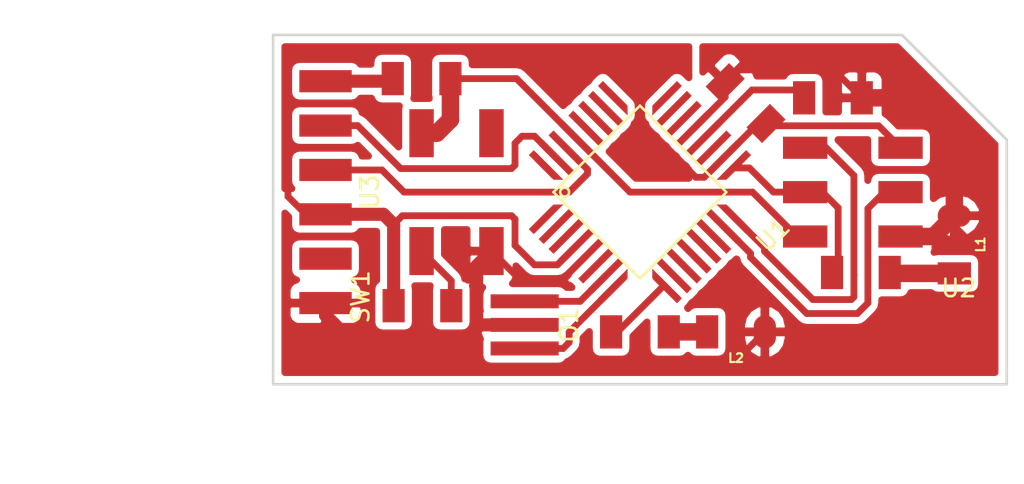
<source format=kicad_pcb>
(kicad_pcb (version 4) (host pcbnew 4.0.4-stable)

  (general
    (links 41)
    (no_connects 2)
    (area 63.150001 89 122.000001 118.700001)
    (thickness 1.6)
    (drawings 7)
    (tracks 125)
    (zones 0)
    (modules 13)
    (nets 35)
  )

  (page A4)
  (layers
    (0 F.Cu signal)
    (31 B.Cu signal)
    (32 B.Adhes user)
    (33 F.Adhes user)
    (34 B.Paste user)
    (35 F.Paste user)
    (36 B.SilkS user)
    (37 F.SilkS user)
    (38 B.Mask user)
    (39 F.Mask user)
    (40 Dwgs.User user)
    (41 Cmts.User user)
    (42 Eco1.User user)
    (43 Eco2.User user)
    (44 Edge.Cuts user)
    (45 Margin user)
    (46 B.CrtYd user)
    (47 F.CrtYd user)
    (48 B.Fab user)
    (49 F.Fab user)
  )

  (setup
    (last_trace_width 1)
    (user_trace_width 0.39)
    (user_trace_width 0.5)
    (user_trace_width 0.75)
    (user_trace_width 1)
    (trace_clearance 0.4)
    (zone_clearance 0.4)
    (zone_45_only no)
    (trace_min 0.2)
    (segment_width 0.2)
    (edge_width 0.15)
    (via_size 0.6)
    (via_drill 0.4)
    (via_min_size 0.4)
    (via_min_drill 0.3)
    (uvia_size 0.3)
    (uvia_drill 0.1)
    (uvias_allowed no)
    (uvia_min_size 0.2)
    (uvia_min_drill 0.1)
    (pcb_text_width 0.3)
    (pcb_text_size 1.5 1.5)
    (mod_edge_width 0.15)
    (mod_text_size 1 1)
    (mod_text_width 0.15)
    (pad_size 1.524 1.524)
    (pad_drill 0.762)
    (pad_to_mask_clearance 0.2)
    (aux_axis_origin 0 0)
    (visible_elements FFFFFF7F)
    (pcbplotparams
      (layerselection 0x01000_00000001)
      (usegerberextensions false)
      (excludeedgelayer true)
      (linewidth 0.400000)
      (plotframeref false)
      (viasonmask false)
      (mode 1)
      (useauxorigin false)
      (hpglpennumber 1)
      (hpglpenspeed 20)
      (hpglpendiameter 15)
      (hpglpenoverlay 2)
      (psnegative false)
      (psa4output false)
      (plotreference false)
      (plotvalue false)
      (plotinvisibletext false)
      (padsonsilk false)
      (subtractmaskfromsilk false)
      (outputformat 4)
      (mirror false)
      (drillshape 0)
      (scaleselection 1)
      (outputdirectory CAM/))
  )

  (net 0 "")
  (net 1 GND)
  (net 2 +5V)
  (net 3 "Net-(C2-Pad1)")
  (net 4 RESET)
  (net 5 DTR)
  (net 6 "Net-(L1-Pad1)")
  (net 7 "Net-(O1-Pad1)")
  (net 8 "Net-(O1-Pad3)")
  (net 9 SCK)
  (net 10 "Net-(U1-Pad25)")
  (net 11 "Net-(U1-Pad26)")
  (net 12 "Net-(U1-Pad27)")
  (net 13 "Net-(U1-Pad28)")
  (net 14 "Net-(U1-Pad32)")
  (net 15 TX)
  (net 16 RX)
  (net 17 "Net-(U1-Pad22)")
  (net 18 "Net-(U1-Pad23)")
  (net 19 "Net-(U1-Pad24)")
  (net 20 "Net-(U1-Pad19)")
  (net 21 "Net-(U1-Pad12)")
  (net 22 "Net-(U1-Pad11)")
  (net 23 "Net-(U1-Pad10)")
  (net 24 "Net-(U1-Pad13)")
  (net 25 "Net-(U1-Pad14)")
  (net 26 MOSI)
  (net 27 MISO)
  (net 28 "Net-(U1-Pad6)")
  (net 29 "Net-(U1-Pad1)")
  (net 30 "Net-(U1-Pad2)")
  (net 31 "Net-(U1-Pad3)")
  (net 32 "Net-(U3-Pad2)")
  (net 33 "Net-(L2-Pad1)")
  (net 34 "Net-(R3-Pad1)")

  (net_class Default "This is the default net class."
    (clearance 0.4)
    (trace_width 0.4)
    (via_dia 0.6)
    (via_drill 0.4)
    (uvia_dia 0.3)
    (uvia_drill 0.1)
    (add_net +5V)
    (add_net DTR)
    (add_net GND)
    (add_net MISO)
    (add_net MOSI)
    (add_net "Net-(C2-Pad1)")
    (add_net "Net-(L1-Pad1)")
    (add_net "Net-(L2-Pad1)")
    (add_net "Net-(O1-Pad1)")
    (add_net "Net-(O1-Pad3)")
    (add_net "Net-(R3-Pad1)")
    (add_net "Net-(U1-Pad1)")
    (add_net "Net-(U1-Pad10)")
    (add_net "Net-(U1-Pad11)")
    (add_net "Net-(U1-Pad12)")
    (add_net "Net-(U1-Pad13)")
    (add_net "Net-(U1-Pad14)")
    (add_net "Net-(U1-Pad19)")
    (add_net "Net-(U1-Pad2)")
    (add_net "Net-(U1-Pad22)")
    (add_net "Net-(U1-Pad23)")
    (add_net "Net-(U1-Pad24)")
    (add_net "Net-(U1-Pad25)")
    (add_net "Net-(U1-Pad26)")
    (add_net "Net-(U1-Pad27)")
    (add_net "Net-(U1-Pad28)")
    (add_net "Net-(U1-Pad3)")
    (add_net "Net-(U1-Pad32)")
    (add_net "Net-(U1-Pad6)")
    (add_net "Net-(U3-Pad2)")
    (add_net RESET)
    (add_net RX)
    (add_net SCK)
    (add_net TX)
  )

  (module _Fab_Footprint:RESONATOR (layer F.Cu) (tedit 5875536F) (tstamp 587555B1)
    (at 93.4 107.6 90)
    (path /58757467)
    (fp_text reference O1 (at 0 2.54 90) (layer F.SilkS)
      (effects (font (size 1 1) (thickness 0.15)))
    )
    (fp_text value RESONATOR (at 0 -2.54 90) (layer F.Fab)
      (effects (font (size 1 1) (thickness 0.15)))
    )
    (pad 2 smd rect (at 0 0 90) (size 0.8 3.9) (layers F.Cu F.Paste F.Mask)
      (net 1 GND))
    (pad 3 smd rect (at 1.35 0 90) (size 0.8 3.9) (layers F.Cu F.Paste F.Mask)
      (net 8 "Net-(O1-Pad3)"))
    (pad 1 smd rect (at -1.35 0 90) (size 0.8 3.9) (layers F.Cu F.Paste F.Mask)
      (net 7 "Net-(O1-Pad1)"))
  )

  (module _Fab_Footprint:CAP_1206_FAB (layer F.Cu) (tedit 58606E9C) (tstamp 587553A0)
    (at 106.05 94.9 135)
    (path /5875847E)
    (fp_text reference C1 (at 0 0 225) (layer F.Fab)
      (effects (font (size 0.5 0.5) (thickness 0.125)))
    )
    (fp_text value 0.1uF (at 0 -1.5 135) (layer F.Fab)
      (effects (font (size 0.5 0.5) (thickness 0.125)))
    )
    (pad 2 smd rect (at 1.651 0 135) (size 1.27 1.905) (layers F.Cu F.Paste F.Mask)
      (net 1 GND))
    (pad 1 smd rect (at -1.651 0 135) (size 1.27 1.905) (layers F.Cu F.Paste F.Mask)
      (net 2 +5V))
  )

  (module _Fab_Footprint:CAP_1206_FAB (layer F.Cu) (tedit 58606E9C) (tstamp 587553A6)
    (at 111.05 94.6)
    (path /58754B8C)
    (fp_text reference C2 (at 0 0 90) (layer F.Fab)
      (effects (font (size 0.5 0.5) (thickness 0.125)))
    )
    (fp_text value 0.1uF (at 0 -1.5) (layer F.Fab)
      (effects (font (size 0.5 0.5) (thickness 0.125)))
    )
    (pad 2 smd rect (at 1.651 0) (size 1.27 1.905) (layers F.Cu F.Paste F.Mask)
      (net 1 GND))
    (pad 1 smd rect (at -1.651 0) (size 1.27 1.905) (layers F.Cu F.Paste F.Mask)
      (net 3 "Net-(C2-Pad1)"))
  )

  (module _Fab_Footprint:CAP_1206_FAB (layer F.Cu) (tedit 58606E9C) (tstamp 587553AC)
    (at 87.5 93.5)
    (path /5875533A)
    (fp_text reference C3 (at 0 0 90) (layer F.Fab)
      (effects (font (size 0.5 0.5) (thickness 0.125)))
    )
    (fp_text value 0.1uF (at 0 -1.5) (layer F.Fab)
      (effects (font (size 0.5 0.5) (thickness 0.125)))
    )
    (pad 2 smd rect (at 1.651 0) (size 1.27 1.905) (layers F.Cu F.Paste F.Mask)
      (net 4 RESET))
    (pad 1 smd rect (at -1.651 0) (size 1.27 1.905) (layers F.Cu F.Paste F.Mask)
      (net 5 DTR))
  )

  (module _Fab_Footprint:LED_1206_FAB (layer F.Cu) (tedit 58755214) (tstamp 587553B2)
    (at 118 103 90)
    (path /58756A08)
    (fp_text reference L1 (at 0 1.5 90) (layer F.SilkS)
      (effects (font (size 0.5 0.5) (thickness 0.125)))
    )
    (fp_text value FAB_LED (at 0 -1.5 90) (layer F.Fab)
      (effects (font (size 0.5 0.5) (thickness 0.125)))
    )
    (pad 2 smd oval (at 1.651 0 90) (size 1.27 1.905) (layers F.Cu F.Paste F.Mask)
      (net 1 GND))
    (pad 1 smd rect (at -1.651 0 90) (size 1.27 1.905) (layers F.Cu F.Paste F.Mask)
      (net 6 "Net-(L1-Pad1)"))
  )

  (module _Fab_Footprint:CAP_1206_FAB (layer F.Cu) (tedit 58606E9C) (tstamp 58755400)
    (at 112.65 104.6)
    (path /587563A5)
    (fp_text reference R1 (at 0 0 90) (layer F.Fab)
      (effects (font (size 0.5 0.5) (thickness 0.125)))
    )
    (fp_text value 330 (at 0 -1.5) (layer F.Fab)
      (effects (font (size 0.5 0.5) (thickness 0.125)))
    )
    (pad 2 smd rect (at 1.651 0) (size 1.27 1.905) (layers F.Cu F.Paste F.Mask)
      (net 6 "Net-(L1-Pad1)"))
    (pad 1 smd rect (at -1.651 0) (size 1.27 1.905) (layers F.Cu F.Paste F.Mask)
      (net 9 SCK))
  )

  (module _Fab_Footprint:CAP_1206_FAB (layer F.Cu) (tedit 58606E9C) (tstamp 58755406)
    (at 87.55 106.5)
    (path /5875536B)
    (fp_text reference R2 (at 0 0 90) (layer F.Fab)
      (effects (font (size 0.5 0.5) (thickness 0.125)))
    )
    (fp_text value 10k (at 0 -1.5) (layer F.Fab)
      (effects (font (size 0.5 0.5) (thickness 0.125)))
    )
    (pad 2 smd rect (at 1.651 0) (size 1.27 1.905) (layers F.Cu F.Paste F.Mask)
      (net 4 RESET))
    (pad 1 smd rect (at -1.651 0) (size 1.27 1.905) (layers F.Cu F.Paste F.Mask)
      (net 2 +5V))
  )

  (module _Fab_Footprint:Switch-Tactile-B3SN-3112P (layer F.Cu) (tedit 586D941C) (tstamp 5875540E)
    (at 89.5 100 270)
    (path /58754C6B)
    (fp_text reference SW1 (at 6 5.5 270) (layer F.SilkS)
      (effects (font (size 1 1) (thickness 0.15)))
    )
    (fp_text value SW_PUSH (at -2 -7 270) (layer F.Fab)
      (effects (font (size 1 1) (thickness 0.15)))
    )
    (pad 4 smd rect (at -3.375 -2 270) (size 2.75 1.4) (layers F.Cu F.Paste F.Mask)
      (net 1 GND))
    (pad 2 smd rect (at -3.375 2 270) (size 2.75 1.4) (layers F.Cu F.Paste F.Mask)
      (net 4 RESET))
    (pad 1 smd rect (at 3.375 2 270) (size 2.75 1.4) (layers F.Cu F.Paste F.Mask)
      (net 4 RESET))
    (pad 3 smd rect (at 3.375 -2 270) (size 2.75 1.4) (layers F.Cu F.Paste F.Mask)
      (net 1 GND))
  )

  (module _Fab_Footprint:TQFP-32-Fab (layer F.Cu) (tedit 5864A653) (tstamp 5875543F)
    (at 100 100 45)
    (path /58754A61)
    (fp_text reference U1 (at 3.6576 7.112 45) (layer F.SilkS)
      (effects (font (size 1 1) (thickness 0.15)))
    )
    (fp_text value ATMEGA328PB (at -0.8636 -7.0104 45) (layer F.Fab)
      (effects (font (size 1 1) (thickness 0.15)))
    )
    (fp_circle (center -3.048 -3.048) (end -3.048 -3.302) (layer F.SilkS) (width 0.15))
    (fp_line (start -3.5 -3.5) (end -3.5 3.5) (layer F.SilkS) (width 0.15))
    (fp_line (start 3.5 -3.5) (end 3.5 3.4492) (layer F.SilkS) (width 0.15))
    (fp_line (start -3.5 3.5) (end 3.5 3.5) (layer F.SilkS) (width 0.15))
    (fp_line (start -3.5 -3.5) (end 3.5 -3.5) (layer F.SilkS) (width 0.15))
    (pad 25 smd trapezoid (at 2.8 -4.75 315) (size 1.9 0.4) (rect_delta 0 0.4 ) (layers F.Cu F.Paste F.Mask)
      (net 10 "Net-(U1-Pad25)"))
    (pad 26 smd rect (at 2.0004 -4.7496 135) (size 2.5 0.4) (layers F.Cu F.Paste F.Mask)
      (net 11 "Net-(U1-Pad26)"))
    (pad 27 smd rect (at 1.2004 -4.7496 135) (size 2.5 0.4) (layers F.Cu F.Paste F.Mask)
      (net 12 "Net-(U1-Pad27)"))
    (pad 28 smd rect (at 0.4004 -4.7496 135) (size 2.5 0.4) (layers F.Cu F.Paste F.Mask)
      (net 13 "Net-(U1-Pad28)"))
    (pad 32 smd trapezoid (at -2.8 -4.75 135) (size 1.9 0.4) (rect_delta 0 0.4 ) (layers F.Cu F.Paste F.Mask)
      (net 14 "Net-(U1-Pad32)"))
    (pad 31 smd rect (at -2 -4.7496 135) (size 2.5 0.4) (layers F.Cu F.Paste F.Mask)
      (net 15 TX))
    (pad 30 smd rect (at -1.2 -4.7496 135) (size 2.5 0.4) (layers F.Cu F.Paste F.Mask)
      (net 16 RX))
    (pad 29 smd rect (at -0.4 -4.7496 135) (size 2.5 0.4) (layers F.Cu F.Paste F.Mask)
      (net 4 RESET))
    (pad 21 smd rect (at 4.7496 -0.4 45) (size 2.5 0.4) (layers F.Cu F.Paste F.Mask)
      (net 1 GND))
    (pad 22 smd rect (at 4.7496 -1.2 45) (size 2.5 0.4) (layers F.Cu F.Paste F.Mask)
      (net 17 "Net-(U1-Pad22)"))
    (pad 23 smd rect (at 4.7496 -2 45) (size 2.5 0.4) (layers F.Cu F.Paste F.Mask)
      (net 18 "Net-(U1-Pad23)"))
    (pad 24 smd trapezoid (at 4.75 -2.8 45) (size 1.9 0.4) (rect_delta 0 0.4 ) (layers F.Cu F.Paste F.Mask)
      (net 19 "Net-(U1-Pad24)"))
    (pad 20 smd rect (at 4.7496 0.4004 45) (size 2.5 0.4) (layers F.Cu F.Paste F.Mask)
      (net 3 "Net-(C2-Pad1)"))
    (pad 19 smd rect (at 4.7496 1.2004 45) (size 2.5 0.4) (layers F.Cu F.Paste F.Mask)
      (net 20 "Net-(U1-Pad19)"))
    (pad 18 smd rect (at 4.7496 2.0004 45) (size 2.5 0.4) (layers F.Cu F.Paste F.Mask)
      (net 2 +5V))
    (pad 17 smd trapezoid (at 4.75 2.8004 225) (size 1.9 0.4) (rect_delta 0 0.4 ) (layers F.Cu F.Paste F.Mask)
      (net 9 SCK))
    (pad 12 smd rect (at -0.4 4.75 135) (size 2.5 0.4) (layers F.Cu F.Paste F.Mask)
      (net 21 "Net-(U1-Pad12)"))
    (pad 11 smd rect (at -1.2 4.75 135) (size 2.5 0.4) (layers F.Cu F.Paste F.Mask)
      (net 22 "Net-(U1-Pad11)"))
    (pad 10 smd rect (at -2 4.75 135) (size 2.5 0.4) (layers F.Cu F.Paste F.Mask)
      (net 23 "Net-(U1-Pad10)"))
    (pad 9 smd trapezoid (at -2.8 4.75 135) (size 1.9 0.4) (rect_delta 0 0.4 ) (layers F.Cu F.Paste F.Mask)
      (net 34 "Net-(R3-Pad1)"))
    (pad 13 smd rect (at 0.4004 4.75 135) (size 2.5 0.4) (layers F.Cu F.Paste F.Mask)
      (net 24 "Net-(U1-Pad13)"))
    (pad 14 smd rect (at 1.2004 4.75 135) (size 2.5 0.4) (layers F.Cu F.Paste F.Mask)
      (net 25 "Net-(U1-Pad14)"))
    (pad 15 smd rect (at 2.0004 4.75 135) (size 2.5 0.4) (layers F.Cu F.Paste F.Mask)
      (net 26 MOSI))
    (pad 16 smd trapezoid (at 2.8004 4.75 315) (size 1.9 0.4) (rect_delta 0 0.4 ) (layers F.Cu F.Paste F.Mask)
      (net 27 MISO))
    (pad 8 smd trapezoid (at -4.75 2.8 225) (size 1.9 0.4) (rect_delta 0 0.4 ) (layers F.Cu F.Paste F.Mask)
      (net 7 "Net-(O1-Pad1)"))
    (pad 7 smd rect (at -4.75 2.0004 45) (size 2.5 0.4) (layers F.Cu F.Paste F.Mask)
      (net 8 "Net-(O1-Pad3)"))
    (pad 6 smd rect (at -4.75 1.2004 45) (size 2.5 0.4) (layers F.Cu F.Paste F.Mask)
      (net 28 "Net-(U1-Pad6)"))
    (pad 5 smd rect (at -4.75 0.4004 45) (size 2.5 0.4) (layers F.Cu F.Paste F.Mask)
      (net 1 GND))
    (pad 1 smd trapezoid (at -4.75 -2.8 45) (size 1.9 0.4) (rect_delta 0 0.4 ) (layers F.Cu F.Paste F.Mask)
      (net 29 "Net-(U1-Pad1)"))
    (pad 2 smd rect (at -4.75 -2 45) (size 2.5 0.4) (layers F.Cu F.Paste F.Mask)
      (net 30 "Net-(U1-Pad2)"))
    (pad 3 smd rect (at -4.75 -1.2 45) (size 2.5 0.4) (layers F.Cu F.Paste F.Mask)
      (net 31 "Net-(U1-Pad3)"))
    (pad 4 smd rect (at -4.75 -0.4 45) (size 2.5 0.4) (layers F.Cu F.Paste F.Mask)
      (net 2 +5V))
    (pad 24 smd rect (at 5.05 -2.8 45) (size 1.9 0.4) (layers F.Cu F.Paste F.Mask)
      (net 19 "Net-(U1-Pad24)"))
    (pad 25 smd rect (at 2.8 -5.05 135) (size 1.9 0.4) (layers F.Cu F.Paste F.Mask)
      (net 10 "Net-(U1-Pad25)"))
    (pad 32 smd rect (at -2.8 -5.05 315) (size 1.9 0.4) (layers F.Cu F.Paste F.Mask)
      (net 14 "Net-(U1-Pad32)"))
    (pad 1 smd rect (at -5.05 -2.8 45) (size 1.9 0.4) (layers F.Cu F.Paste F.Mask)
      (net 29 "Net-(U1-Pad1)"))
    (pad 8 smd rect (at -5.05 2.8 45) (size 1.9 0.4) (layers F.Cu F.Paste F.Mask)
      (net 7 "Net-(O1-Pad1)"))
    (pad 9 smd rect (at -2.8 5.05 135) (size 1.9 0.4) (layers F.Cu F.Paste F.Mask)
      (net 34 "Net-(R3-Pad1)"))
    (pad 16 smd rect (at 2.8 5.05 135) (size 1.9 0.4) (layers F.Cu F.Paste F.Mask)
      (net 27 MISO))
    (pad 17 smd rect (at 5.05 2.8 45) (size 1.9 0.4) (layers F.Cu F.Paste F.Mask)
      (net 9 SCK))
  )

  (module _Fab_Footprint:SMD-Header-3x2 (layer F.Cu) (tedit 586D88BB) (tstamp 58755449)
    (at 112 100)
    (path /58752CF4)
    (fp_text reference U2 (at 6.25 5.5) (layer F.SilkS)
      (effects (font (size 1 1) (thickness 0.15)))
    )
    (fp_text value AVRISP (at -4 -5) (layer F.Fab)
      (effects (font (size 1 1) (thickness 0.15)))
    )
    (pad 1 smd rect (at -2.54 -2.54) (size 2.54 1.27) (layers F.Cu F.Paste F.Mask)
      (net 27 MISO))
    (pad 2 smd rect (at 2.921 -2.54) (size 2.54 1.27) (layers F.Cu F.Paste F.Mask)
      (net 2 +5V))
    (pad 3 smd rect (at -2.54 0) (size 2.54 1.27) (layers F.Cu F.Paste F.Mask)
      (net 9 SCK))
    (pad 4 smd rect (at 2.92 0) (size 2.54 1.27) (layers F.Cu F.Paste F.Mask)
      (net 26 MOSI))
    (pad 5 smd rect (at -2.54 2.54) (size 2.54 1.27) (layers F.Cu F.Paste F.Mask)
      (net 4 RESET))
    (pad 6 smd rect (at 2.92 2.54) (size 2.54 1.27) (layers F.Cu F.Paste F.Mask)
      (net 1 GND))
  )

  (module _Fab_Footprint:SMD_RA_1x06_No_Holes (layer F.Cu) (tedit 582F6988) (tstamp 58755453)
    (at 82 100 90)
    (path /58757BC1)
    (fp_text reference U3 (at 0 2.54 90) (layer F.SilkS)
      (effects (font (size 1 1) (thickness 0.15)))
    )
    (fp_text value FTDI (at 0 -2.54 90) (layer F.Fab)
      (effects (font (size 1 1) (thickness 0.15)))
    )
    (pad 1 smd rect (at -6.35 0 90) (size 1.27 3) (layers F.Cu F.Paste F.Mask)
      (net 1 GND))
    (pad 2 smd rect (at -3.81 0 90) (size 1.27 3) (layers F.Cu F.Paste F.Mask)
      (net 32 "Net-(U3-Pad2)"))
    (pad 3 smd rect (at -1.27 0 90) (size 1.27 3) (layers F.Cu F.Paste F.Mask)
      (net 2 +5V))
    (pad 4 smd rect (at 1.27 0 90) (size 1.27 3) (layers F.Cu F.Paste F.Mask)
      (net 16 RX))
    (pad 5 smd rect (at 3.81 0 90) (size 1.27 3) (layers F.Cu F.Paste F.Mask)
      (net 15 TX))
    (pad 6 smd rect (at 6.35 0 90) (size 1.27 3) (layers F.Cu F.Paste F.Mask)
      (net 5 DTR))
  )

  (module _Fab_Footprint:LED_1206_FAB (layer F.Cu) (tedit 58755214) (tstamp 58756601)
    (at 105.5 108)
    (path /58758EFB)
    (fp_text reference L2 (at 0 1.5) (layer F.SilkS)
      (effects (font (size 0.5 0.5) (thickness 0.125)))
    )
    (fp_text value FAB_LED (at 0 -1.5) (layer F.Fab)
      (effects (font (size 0.5 0.5) (thickness 0.125)))
    )
    (pad 2 smd oval (at 1.651 0) (size 1.27 1.905) (layers F.Cu F.Paste F.Mask)
      (net 1 GND))
    (pad 1 smd rect (at -1.651 0) (size 1.27 1.905) (layers F.Cu F.Paste F.Mask)
      (net 33 "Net-(L2-Pad1)"))
  )

  (module _Fab_Footprint:CAP_1206_FAB (layer F.Cu) (tedit 58606E9C) (tstamp 58756607)
    (at 100 108)
    (path /58758E84)
    (fp_text reference R3 (at 0 0 90) (layer F.Fab)
      (effects (font (size 0.5 0.5) (thickness 0.125)))
    )
    (fp_text value 330 (at 0 -1.5) (layer F.Fab)
      (effects (font (size 0.5 0.5) (thickness 0.125)))
    )
    (pad 2 smd rect (at 1.651 0) (size 1.27 1.905) (layers F.Cu F.Paste F.Mask)
      (net 33 "Net-(L2-Pad1)"))
    (pad 1 smd rect (at -1.651 0) (size 1.27 1.905) (layers F.Cu F.Paste F.Mask)
      (net 34 "Net-(R3-Pad1)"))
  )

  (dimension 42 (width 0.3) (layer F.Fab)
    (gr_text "42.000 mm" (at 100 117.35) (layer F.Fab)
      (effects (font (size 1.5 1.5) (thickness 0.3)))
    )
    (feature1 (pts (xy 121 111) (xy 121 118.7)))
    (feature2 (pts (xy 79 111) (xy 79 118.7)))
    (crossbar (pts (xy 79 116) (xy 121 116)))
    (arrow1a (pts (xy 121 116) (xy 119.873496 116.586421)))
    (arrow1b (pts (xy 121 116) (xy 119.873496 115.413579)))
    (arrow2a (pts (xy 79 116) (xy 80.126504 116.586421)))
    (arrow2b (pts (xy 79 116) (xy 80.126504 115.413579)))
  )
  (dimension 20 (width 0.3) (layer F.Fab)
    (gr_text "20.000 mm" (at 69.65 101 270) (layer F.Fab)
      (effects (font (size 1.5 1.5) (thickness 0.3)))
    )
    (feature1 (pts (xy 79 111) (xy 68.3 111)))
    (feature2 (pts (xy 79 91) (xy 68.3 91)))
    (crossbar (pts (xy 71 91) (xy 71 111)))
    (arrow1a (pts (xy 71 111) (xy 70.413579 109.873496)))
    (arrow1b (pts (xy 71 111) (xy 71.586421 109.873496)))
    (arrow2a (pts (xy 71 91) (xy 70.413579 92.126504)))
    (arrow2b (pts (xy 71 91) (xy 71.586421 92.126504)))
  )
  (gr_line (start 79 111) (end 79 91) (angle 90) (layer Edge.Cuts) (width 0.15))
  (gr_line (start 121 111) (end 79 111) (angle 90) (layer Edge.Cuts) (width 0.15))
  (gr_line (start 121 97) (end 121 111) (angle 90) (layer Edge.Cuts) (width 0.15))
  (gr_line (start 115 91) (end 121 97) (angle 90) (layer Edge.Cuts) (width 0.15))
  (gr_line (start 79 91) (end 115 91) (angle 90) (layer Edge.Cuts) (width 0.15))

  (segment (start 118 101.349) (end 118 101.95) (width 0.39) (layer F.Cu) (net 1))
  (segment (start 118 101.95) (end 119.575 103.525) (width 0.39) (layer F.Cu) (net 1) (tstamp 58767B47))
  (segment (start 117.375 108) (end 107.151 108) (width 0.39) (layer F.Cu) (net 1) (tstamp 58767B50))
  (segment (start 119.575 105.8) (end 117.375 108) (width 0.39) (layer F.Cu) (net 1) (tstamp 58767B4E))
  (segment (start 119.575 103.525) (end 119.575 105.8) (width 0.39) (layer F.Cu) (net 1) (tstamp 58767B4D))
  (segment (start 114.92 102.54) (end 116.809 102.54) (width 1) (layer F.Cu) (net 1))
  (segment (start 116.809 102.54) (end 118 101.349) (width 1) (layer F.Cu) (net 1) (tstamp 58767B44))
  (segment (start 112.701 94.6) (end 115.625 94.6) (width 1) (layer F.Cu) (net 1))
  (segment (start 118 96.975) (end 118 101.349) (width 1) (layer F.Cu) (net 1) (tstamp 58767B40))
  (segment (start 115.625 94.6) (end 118 96.975) (width 1) (layer F.Cu) (net 1) (tstamp 58767B3D))
  (segment (start 90.2 108.25) (end 90.2 109.175) (width 0.39) (layer F.Cu) (net 1))
  (segment (start 105.176 109.975) (end 107.151 108) (width 0.39) (layer F.Cu) (net 1) (tstamp 58767AF8))
  (segment (start 91 109.975) (end 105.176 109.975) (width 0.39) (layer F.Cu) (net 1) (tstamp 58767AF7))
  (segment (start 90.2 109.175) (end 91 109.975) (width 0.39) (layer F.Cu) (net 1) (tstamp 58767AF6))
  (segment (start 104.882567 93.732567) (end 105.615134 93) (width 0.39) (layer F.Cu) (net 1))
  (segment (start 111.101 93) (end 112.701 94.6) (width 0.39) (layer F.Cu) (net 1) (tstamp 58767A3B))
  (segment (start 105.615134 93) (end 111.101 93) (width 0.39) (layer F.Cu) (net 1) (tstamp 58767A39))
  (segment (start 82 106.35) (end 82 107.05) (width 0.75) (layer F.Cu) (net 1))
  (segment (start 90.2 108.25) (end 90.85 107.6) (width 0.75) (layer F.Cu) (net 1) (tstamp 587678FE))
  (segment (start 83.2 108.25) (end 90.2 108.25) (width 0.75) (layer F.Cu) (net 1) (tstamp 587678FC))
  (segment (start 82 107.05) (end 83.2 108.25) (width 0.75) (layer F.Cu) (net 1) (tstamp 587678EC))
  (segment (start 96.924368 103.641883) (end 95.616251 104.95) (width 0.39) (layer F.Cu) (net 1))
  (segment (start 93.075 104.95) (end 91.5 103.375) (width 0.39) (layer F.Cu) (net 1) (tstamp 587678AC))
  (segment (start 95.616251 104.95) (end 93.075 104.95) (width 0.39) (layer F.Cu) (net 1) (tstamp 587678A9))
  (segment (start 91.5 103.375) (end 90.65 104.225) (width 0.75) (layer F.Cu) (net 1))
  (segment (start 90.7 107.6) (end 90.85 107.6) (width 0.75) (layer F.Cu) (net 1) (tstamp 58767823))
  (segment (start 90.85 107.6) (end 93.4 107.6) (width 0.75) (layer F.Cu) (net 1) (tstamp 58767902))
  (segment (start 90.65 107.55) (end 90.7 107.6) (width 0.75) (layer F.Cu) (net 1) (tstamp 58767822))
  (segment (start 90.65 104.225) (end 90.65 107.55) (width 0.75) (layer F.Cu) (net 1) (tstamp 58767815))
  (segment (start 103.075632 96.358683) (end 104.882567 94.551748) (width 0.39) (layer F.Cu) (net 1))
  (segment (start 104.882567 94.551748) (end 104.882567 93.732567) (width 0.39) (layer F.Cu) (net 1) (tstamp 58767717))
  (segment (start 104.772971 98.056022) (end 103.678993 99.15) (width 0.39) (layer F.Cu) (net 2))
  (segment (start 79.85 100.25) (end 80.87 101.27) (width 0.39) (layer F.Cu) (net 2) (tstamp 58767A5B))
  (segment (start 79.85 92.5) (end 79.85 100.25) (width 0.39) (layer F.Cu) (net 2) (tstamp 58767A59))
  (segment (start 80.45 91.9) (end 79.85 92.5) (width 0.39) (layer F.Cu) (net 2) (tstamp 58767A50))
  (segment (start 97.05 91.9) (end 80.45 91.9) (width 0.39) (layer F.Cu) (net 2) (tstamp 58767A4C))
  (segment (start 100 94.85) (end 97.05 91.9) (width 0.39) (layer F.Cu) (net 2) (tstamp 58767A4B))
  (segment (start 100 95.95) (end 100 94.85) (width 0.39) (layer F.Cu) (net 2) (tstamp 58767A46))
  (segment (start 103.2 99.15) (end 100 95.95) (width 0.39) (layer F.Cu) (net 2) (tstamp 58767A43))
  (segment (start 103.678993 99.15) (end 103.2 99.15) (width 0.39) (layer F.Cu) (net 2) (tstamp 58767A41))
  (segment (start 80.87 101.27) (end 82 101.27) (width 0.39) (layer F.Cu) (net 2) (tstamp 58767A5F))
  (segment (start 96.3584 103.075914) (end 95.274316 104.159998) (width 0.39) (layer F.Cu) (net 2))
  (segment (start 86.398 101.35) (end 85.899 101.849) (width 0.39) (layer F.Cu) (net 2) (tstamp 58767989))
  (segment (start 92.65 101.35) (end 86.398 101.35) (width 0.39) (layer F.Cu) (net 2) (tstamp 58767987))
  (segment (start 92.85 101.55) (end 92.65 101.35) (width 0.39) (layer F.Cu) (net 2) (tstamp 58767985))
  (segment (start 92.85 103.05) (end 92.85 101.55) (width 0.39) (layer F.Cu) (net 2) (tstamp 58767982))
  (segment (start 93.959998 104.159998) (end 92.85 103.05) (width 0.39) (layer F.Cu) (net 2) (tstamp 5876797E))
  (segment (start 95.274316 104.159998) (end 93.959998 104.159998) (width 0.39) (layer F.Cu) (net 2) (tstamp 58767976))
  (segment (start 82 101.27) (end 85.32 101.27) (width 0.75) (layer F.Cu) (net 2))
  (segment (start 85.899 101.849) (end 85.899 106.5) (width 0.75) (layer F.Cu) (net 2) (tstamp 587678E0))
  (segment (start 85.32 101.27) (end 85.899 101.849) (width 0.75) (layer F.Cu) (net 2) (tstamp 587678DB))
  (segment (start 107.217433 96.067433) (end 107.35 96.2) (width 0.39) (layer F.Cu) (net 2))
  (segment (start 107.35 96.2) (end 113.661 96.2) (width 0.39) (layer F.Cu) (net 2) (tstamp 5876772E))
  (segment (start 113.661 96.2) (end 114.921 97.46) (width 0.39) (layer F.Cu) (net 2) (tstamp 58767732))
  (segment (start 104.772971 98.056022) (end 106.76156 96.067433) (width 0.39) (layer F.Cu) (net 2))
  (segment (start 106.76156 96.067433) (end 107.217433 96.067433) (width 0.39) (layer F.Cu) (net 2) (tstamp 58767729))
  (segment (start 103.6416 96.924651) (end 106.416251 94.15) (width 0.39) (layer F.Cu) (net 3))
  (segment (start 106.416251 94.15) (end 108.949 94.15) (width 0.39) (layer F.Cu) (net 3) (tstamp 58767A32))
  (segment (start 108.949 94.15) (end 109.399 94.6) (width 0.39) (layer F.Cu) (net 3) (tstamp 58767A36))
  (segment (start 87.5 96.625) (end 88.375 96.625) (width 1) (layer F.Cu) (net 4) (status 400000))
  (segment (start 89.151 95.849) (end 89.151 93.5) (width 1) (layer F.Cu) (net 4) (tstamp 5876811F) (status 800000))
  (segment (start 88.375 96.625) (end 89.151 95.849) (width 1) (layer F.Cu) (net 4) (tstamp 58768118))
  (segment (start 87.5 103.375) (end 89.201 105.076) (width 0.39) (layer F.Cu) (net 4))
  (segment (start 89.201 105.076) (end 89.201 106.5) (width 0.39) (layer F.Cu) (net 4) (tstamp 587678C2))
  (segment (start 96.358683 96.924368) (end 92.934315 93.5) (width 0.39) (layer F.Cu) (net 4))
  (segment (start 92.934315 93.5) (end 89.151 93.5) (width 0.39) (layer F.Cu) (net 4) (tstamp 58767869))
  (segment (start 109.46 102.54) (end 108.99 102.54) (width 0.39) (layer F.Cu) (net 4))
  (segment (start 108.99 102.54) (end 106.45 100) (width 0.39) (layer F.Cu) (net 4) (tstamp 587677F7))
  (segment (start 106.45 100) (end 105.15 100) (width 0.39) (layer F.Cu) (net 4) (tstamp 587677F9))
  (segment (start 99.434315 100) (end 96.358683 96.924368) (width 0.39) (layer F.Cu) (net 4) (tstamp 5876779C))
  (segment (start 105.15 100) (end 99.434315 100) (width 0.39) (layer F.Cu) (net 4) (tstamp 5876779B))
  (segment (start 85.849 93.5) (end 85.699 93.65) (width 0.75) (layer F.Cu) (net 5))
  (segment (start 85.699 93.65) (end 82 93.65) (width 0.75) (layer F.Cu) (net 5) (tstamp 587678CC))
  (segment (start 118 104.651) (end 114.352 104.651) (width 1) (layer F.Cu) (net 6))
  (segment (start 114.352 104.651) (end 114.301 104.6) (width 1) (layer F.Cu) (net 6) (tstamp 58767B2C))
  (segment (start 98.621142 105.338656) (end 95.95 108.009798) (width 0.39) (layer F.Cu) (net 7))
  (segment (start 95.6 108.95) (end 93.4 108.95) (width 0.39) (layer F.Cu) (net 7) (tstamp 5876783F))
  (segment (start 95.95 108.6) (end 95.6 108.95) (width 0.39) (layer F.Cu) (net 7) (tstamp 5876783B))
  (segment (start 95.95 108.009798) (end 95.95 108.6) (width 0.39) (layer F.Cu) (net 7) (tstamp 58767837))
  (segment (start 98.055739 104.773254) (end 96.578993 106.25) (width 0.39) (layer F.Cu) (net 8))
  (segment (start 96.578993 106.25) (end 93.4 106.25) (width 0.39) (layer F.Cu) (net 8) (tstamp 58767832))
  (segment (start 109.46 100) (end 110.45 100) (width 0.39) (layer F.Cu) (net 9))
  (segment (start 110.45 100) (end 111.35 100.9) (width 0.39) (layer F.Cu) (net 9) (tstamp 58767781))
  (segment (start 111.35 100.9) (end 111.35 104.249) (width 0.39) (layer F.Cu) (net 9) (tstamp 58767785))
  (segment (start 111.35 104.249) (end 110.999 104.6) (width 0.39) (layer F.Cu) (net 9) (tstamp 58767787))
  (segment (start 109.46 100) (end 107.65 100) (width 0.39) (layer F.Cu) (net 9))
  (segment (start 106.264356 98.614356) (end 105.33187 98.614356) (width 0.39) (layer F.Cu) (net 9) (tstamp 58767741))
  (segment (start 107.65 100) (end 106.264356 98.614356) (width 0.39) (layer F.Cu) (net 9) (tstamp 5876773B))
  (segment (start 105.33187 98.614356) (end 105.338939 98.621425) (width 0.39) (layer F.Cu) (net 9) (tstamp 58767743))
  (segment (start 95.227312 98.055739) (end 93.971573 96.8) (width 0.39) (layer F.Cu) (net 15))
  (segment (start 83.84 96.19) (end 82 96.19) (width 0.39) (layer F.Cu) (net 15) (tstamp 58767A8E))
  (segment (start 86.3 98.65) (end 83.84 96.19) (width 0.39) (layer F.Cu) (net 15) (tstamp 58767A8A))
  (segment (start 92.65 98.65) (end 86.3 98.65) (width 0.39) (layer F.Cu) (net 15) (tstamp 58767A88))
  (segment (start 92.85 98.45) (end 92.65 98.65) (width 0.39) (layer F.Cu) (net 15) (tstamp 58767A83))
  (segment (start 92.85 97.2) (end 92.85 98.45) (width 0.39) (layer F.Cu) (net 15) (tstamp 58767A81))
  (segment (start 93.25 96.8) (end 92.85 97.2) (width 0.39) (layer F.Cu) (net 15) (tstamp 58767A7E))
  (segment (start 93.971573 96.8) (end 93.25 96.8) (width 0.39) (layer F.Cu) (net 15) (tstamp 58767A7B))
  (segment (start 95.792997 97.490054) (end 97 98.697057) (width 0.39) (layer F.Cu) (net 16))
  (segment (start 85.23 98.73) (end 82 98.73) (width 0.39) (layer F.Cu) (net 16) (tstamp 58767AA5))
  (segment (start 86.5 100) (end 85.23 98.73) (width 0.39) (layer F.Cu) (net 16) (tstamp 58767A9E))
  (segment (start 95.95 100) (end 86.5 100) (width 0.39) (layer F.Cu) (net 16) (tstamp 58767A9B))
  (segment (start 97 98.95) (end 95.95 100) (width 0.39) (layer F.Cu) (net 16) (tstamp 58767A99))
  (segment (start 97 98.697057) (end 97 98.95) (width 0.39) (layer F.Cu) (net 16) (tstamp 58767A94))
  (segment (start 104.773254 101.944261) (end 106.332427 103.503434) (width 0.39) (layer F.Cu) (net 26))
  (segment (start 113.05 100.940002) (end 113.05 105.75) (width 0.39) (layer F.Cu) (net 26) (tstamp 58767772))
  (segment (start 113.05 100.940002) (end 113.990002 100) (width 0.39) (layer F.Cu) (net 26) (tstamp 5876776E))
  (segment (start 113.05 106.35) (end 113.05 105.75) (width 0.39) (layer F.Cu) (net 26) (tstamp 587677E3))
  (segment (start 112.45 106.95) (end 113.05 106.35) (width 0.39) (layer F.Cu) (net 26) (tstamp 587677E0))
  (segment (start 109.55 106.95) (end 112.45 106.95) (width 0.39) (layer F.Cu) (net 26) (tstamp 587677DB))
  (segment (start 106.332427 103.732427) (end 109.55 106.95) (width 0.39) (layer F.Cu) (net 26) (tstamp 587677D7))
  (segment (start 106.332427 103.503434) (end 106.332427 103.732427) (width 0.39) (layer F.Cu) (net 26) (tstamp 587677D2))
  (segment (start 114.92 100) (end 113.990002 100) (width 0.39) (layer F.Cu) (net 26))
  (segment (start 112.25 104.7) (end 112.25 106) (width 0.39) (layer F.Cu) (net 27))
  (segment (start 107.131384 103.17102) (end 105.338939 101.378575) (width 0.39) (layer F.Cu) (net 27) (tstamp 587677CC))
  (segment (start 107.131384 103.381384) (end 107.131384 103.17102) (width 0.39) (layer F.Cu) (net 27) (tstamp 587677C4))
  (segment (start 109.9 106.15) (end 107.131384 103.381384) (width 0.39) (layer F.Cu) (net 27) (tstamp 587677C1))
  (segment (start 112.1 106.15) (end 109.9 106.15) (width 0.39) (layer F.Cu) (net 27) (tstamp 587677BF))
  (segment (start 112.25 106) (end 112.1 106.15) (width 0.39) (layer F.Cu) (net 27) (tstamp 587677BE))
  (segment (start 109.46 97.46) (end 110.66 97.46) (width 0.39) (layer F.Cu) (net 27))
  (segment (start 110.66 97.46) (end 112.25 99.05) (width 0.39) (layer F.Cu) (net 27) (tstamp 58767746))
  (segment (start 112.25 99.05) (end 112.25 104.7) (width 0.39) (layer F.Cu) (net 27) (tstamp 58767768))
  (segment (start 112.25 104.7) (end 112.25 104.75) (width 0.39) (layer F.Cu) (net 27) (tstamp 587677BC))
  (segment (start 103.849 108) (end 101.651 108) (width 1) (layer F.Cu) (net 33))
  (segment (start 101.378858 105.338656) (end 98.717514 108) (width 0.39) (layer F.Cu) (net 34))
  (segment (start 98.717514 108) (end 98.349 108) (width 0.39) (layer F.Cu) (net 34) (tstamp 58767B22))

  (zone (net 1) (net_name GND) (layer F.Cu) (tstamp 5876803F) (hatch edge 0.508)
    (connect_pads (clearance 0.4))
    (min_thickness 0.4)
    (fill yes (arc_segments 16) (thermal_gap 0.5) (thermal_bridge_width 0.5))
    (polygon
      (pts
        (xy 122 96) (xy 122 112) (xy 78 112) (xy 78 90) (xy 116 90)
      )
    )
    (filled_polygon
      (pts
        (xy 120.325 97.279594) (xy 120.325 110.325) (xy 79.675 110.325) (xy 79.675 106.575) (xy 79.8 106.575)
        (xy 79.8 107.124239) (xy 79.906569 107.381518) (xy 80.103482 107.578432) (xy 80.360762 107.685) (xy 81.775 107.685)
        (xy 81.95 107.51) (xy 81.95 106.4) (xy 82.05 106.4) (xy 82.05 107.51) (xy 82.225 107.685)
        (xy 83.639238 107.685) (xy 83.896518 107.578432) (xy 84.093431 107.381518) (xy 84.2 107.124239) (xy 84.2 106.575)
        (xy 84.025 106.4) (xy 82.05 106.4) (xy 81.95 106.4) (xy 79.975 106.4) (xy 79.8 106.575)
        (xy 79.675 106.575) (xy 79.675 105.575761) (xy 79.8 105.575761) (xy 79.8 106.125) (xy 79.975 106.3)
        (xy 81.95 106.3) (xy 81.95 106.28) (xy 82.05 106.28) (xy 82.05 106.3) (xy 84.025 106.3)
        (xy 84.2 106.125) (xy 84.2 105.575761) (xy 84.093431 105.318482) (xy 83.896518 105.121568) (xy 83.66506 105.025696)
        (xy 83.722346 105.014917) (xy 83.926558 104.88351) (xy 84.063556 104.683007) (xy 84.111754 104.445) (xy 84.111754 103.175)
        (xy 84.069917 102.952654) (xy 83.93851 102.748442) (xy 83.738007 102.611444) (xy 83.5 102.563246) (xy 80.5 102.563246)
        (xy 80.277654 102.605083) (xy 80.073442 102.73649) (xy 79.936444 102.936993) (xy 79.888246 103.175) (xy 79.888246 104.445)
        (xy 79.930083 104.667346) (xy 80.06149 104.871558) (xy 80.261993 105.008556) (xy 80.338779 105.024106) (xy 80.103482 105.121568)
        (xy 79.906569 105.318482) (xy 79.8 105.575761) (xy 79.675 105.575761) (xy 79.675 101.1993) (xy 79.888246 101.412546)
        (xy 79.888246 101.905) (xy 79.930083 102.127346) (xy 80.06149 102.331558) (xy 80.261993 102.468556) (xy 80.5 102.516754)
        (xy 83.5 102.516754) (xy 83.722346 102.474917) (xy 83.926558 102.34351) (xy 83.993867 102.245) (xy 84.916142 102.245)
        (xy 84.924 102.252858) (xy 84.924 105.053291) (xy 84.837442 105.10899) (xy 84.700444 105.309493) (xy 84.652246 105.5475)
        (xy 84.652246 107.4525) (xy 84.694083 107.674846) (xy 84.82549 107.879058) (xy 85.025993 108.016056) (xy 85.264 108.064254)
        (xy 86.534 108.064254) (xy 86.756346 108.022417) (xy 86.960558 107.89101) (xy 87.097556 107.690507) (xy 87.145754 107.4525)
        (xy 87.145754 105.5475) (xy 87.110804 105.361754) (xy 87.991861 105.361754) (xy 87.954246 105.5475) (xy 87.954246 107.4525)
        (xy 87.996083 107.674846) (xy 88.12749 107.879058) (xy 88.327993 108.016056) (xy 88.566 108.064254) (xy 89.836 108.064254)
        (xy 90.058346 108.022417) (xy 90.262558 107.89101) (xy 90.399556 107.690507) (xy 90.447754 107.4525) (xy 90.447754 105.5475)
        (xy 90.409853 105.346071) (xy 90.660762 105.45) (xy 90.997129 105.45) (xy 90.886444 105.611993) (xy 90.838246 105.85)
        (xy 90.838246 106.65) (xy 90.865454 106.794597) (xy 90.856569 106.803482) (xy 90.75 107.060761) (xy 90.75 107.375)
        (xy 90.925 107.55) (xy 93.35 107.55) (xy 93.35 107.53) (xy 93.45 107.53) (xy 93.45 107.55)
        (xy 93.47 107.55) (xy 93.47 107.65) (xy 93.45 107.65) (xy 93.45 107.67) (xy 93.35 107.67)
        (xy 93.35 107.65) (xy 90.925 107.65) (xy 90.75 107.825) (xy 90.75 108.139239) (xy 90.856569 108.396518)
        (xy 90.867179 108.407128) (xy 90.838246 108.55) (xy 90.838246 109.35) (xy 90.880083 109.572346) (xy 91.01149 109.776558)
        (xy 91.211993 109.913556) (xy 91.45 109.961754) (xy 95.35 109.961754) (xy 95.572346 109.919917) (xy 95.776558 109.78851)
        (xy 95.838734 109.697513) (xy 95.904233 109.684484) (xy 96.16215 109.51215) (xy 96.51215 109.16215) (xy 96.684484 108.904233)
        (xy 96.745 108.6) (xy 96.745 108.339098) (xy 97.102246 107.981852) (xy 97.102246 108.9525) (xy 97.144083 109.174846)
        (xy 97.27549 109.379058) (xy 97.475993 109.516056) (xy 97.714 109.564254) (xy 98.984 109.564254) (xy 99.206346 109.522417)
        (xy 99.410558 109.39101) (xy 99.547556 109.190507) (xy 99.595754 108.9525) (xy 99.595754 108.24606) (xy 100.404246 107.437568)
        (xy 100.404246 108.9525) (xy 100.446083 109.174846) (xy 100.57749 109.379058) (xy 100.777993 109.516056) (xy 101.016 109.564254)
        (xy 102.286 109.564254) (xy 102.508346 109.522417) (xy 102.712558 109.39101) (xy 102.748928 109.33778) (xy 102.77549 109.379058)
        (xy 102.975993 109.516056) (xy 103.214 109.564254) (xy 104.484 109.564254) (xy 104.706346 109.522417) (xy 104.910558 109.39101)
        (xy 105.047556 109.190507) (xy 105.095754 108.9525) (xy 105.095754 108.05) (xy 105.816 108.05) (xy 105.816 108.3675)
        (xy 105.936755 108.874576) (xy 106.242368 109.296843) (xy 106.686312 109.570013) (xy 106.892922 109.627317) (xy 107.101 109.476422)
        (xy 107.101 108.05) (xy 107.201 108.05) (xy 107.201 109.476422) (xy 107.409078 109.627317) (xy 107.615688 109.570013)
        (xy 108.059632 109.296843) (xy 108.365245 108.874576) (xy 108.486 108.3675) (xy 108.486 108.05) (xy 107.201 108.05)
        (xy 107.101 108.05) (xy 105.816 108.05) (xy 105.095754 108.05) (xy 105.095754 107.6325) (xy 105.816 107.6325)
        (xy 105.816 107.95) (xy 107.101 107.95) (xy 107.101 106.523578) (xy 107.201 106.523578) (xy 107.201 107.95)
        (xy 108.486 107.95) (xy 108.486 107.6325) (xy 108.365245 107.125424) (xy 108.059632 106.703157) (xy 107.615688 106.429987)
        (xy 107.409078 106.372683) (xy 107.201 106.523578) (xy 107.101 106.523578) (xy 106.892922 106.372683) (xy 106.686312 106.429987)
        (xy 106.242368 106.703157) (xy 105.936755 107.125424) (xy 105.816 107.6325) (xy 105.095754 107.6325) (xy 105.095754 107.0475)
        (xy 105.053917 106.825154) (xy 104.92251 106.620942) (xy 104.722007 106.483944) (xy 104.484 106.435746) (xy 103.214 106.435746)
        (xy 102.991654 106.477583) (xy 102.787442 106.60899) (xy 102.751072 106.66222) (xy 102.726459 106.623972) (xy 102.836738 106.513693)
        (xy 102.955764 106.339494) (xy 103.119581 106.230851) (xy 103.402424 105.948008) (xy 103.521452 105.773806) (xy 103.685266 105.665165)
        (xy 103.968109 105.382322) (xy 104.087136 105.208122) (xy 104.250951 105.09948) (xy 104.533794 104.816637) (xy 104.652939 104.642264)
        (xy 104.81692 104.533512) (xy 105.099763 104.250669) (xy 105.218791 104.076467) (xy 105.382605 103.967826) (xy 105.527562 103.822869)
        (xy 105.562334 103.857641) (xy 105.597943 104.03666) (xy 105.770277 104.294577) (xy 108.98785 107.51215) (xy 109.245766 107.684484)
        (xy 109.55 107.745) (xy 112.45 107.745) (xy 112.754233 107.684484) (xy 113.01215 107.51215) (xy 113.61215 106.91215)
        (xy 113.784484 106.654233) (xy 113.845 106.35) (xy 113.845 106.164254) (xy 114.936 106.164254) (xy 115.158346 106.122417)
        (xy 115.362558 105.99101) (xy 115.499556 105.790507) (xy 115.507556 105.751) (xy 116.665252 105.751) (xy 116.809493 105.849556)
        (xy 117.0475 105.897754) (xy 118.9525 105.897754) (xy 119.174846 105.855917) (xy 119.379058 105.72451) (xy 119.516056 105.524007)
        (xy 119.564254 105.286) (xy 119.564254 104.016) (xy 119.522417 103.793654) (xy 119.39101 103.589442) (xy 119.190507 103.452444)
        (xy 118.9525 103.404246) (xy 117.0475 103.404246) (xy 116.836254 103.443994) (xy 116.89 103.314238) (xy 116.89 102.765)
        (xy 116.715 102.59) (xy 114.97 102.59) (xy 114.97 102.61) (xy 114.87 102.61) (xy 114.87 102.59)
        (xy 114.85 102.59) (xy 114.85 102.49) (xy 114.87 102.49) (xy 114.87 102.47) (xy 114.97 102.47)
        (xy 114.97 102.49) (xy 116.715 102.49) (xy 116.844832 102.360168) (xy 117.125424 102.563245) (xy 117.6325 102.684)
        (xy 117.95 102.684) (xy 117.95 101.399) (xy 118.05 101.399) (xy 118.05 102.684) (xy 118.3675 102.684)
        (xy 118.874576 102.563245) (xy 119.296843 102.257632) (xy 119.570013 101.813688) (xy 119.627317 101.607078) (xy 119.476422 101.399)
        (xy 118.05 101.399) (xy 117.95 101.399) (xy 117.93 101.399) (xy 117.93 101.299) (xy 117.95 101.299)
        (xy 117.95 100.014) (xy 118.05 100.014) (xy 118.05 101.299) (xy 119.476422 101.299) (xy 119.627317 101.090922)
        (xy 119.570013 100.884312) (xy 119.296843 100.440368) (xy 118.874576 100.134755) (xy 118.3675 100.014) (xy 118.05 100.014)
        (xy 117.95 100.014) (xy 117.6325 100.014) (xy 117.125424 100.134755) (xy 116.801754 100.369009) (xy 116.801754 99.365)
        (xy 116.759917 99.142654) (xy 116.62851 98.938442) (xy 116.428007 98.801444) (xy 116.19 98.753246) (xy 113.65 98.753246)
        (xy 113.427654 98.795083) (xy 113.223442 98.92649) (xy 113.086444 99.126993) (xy 113.045 99.331648) (xy 113.045 99.05)
        (xy 112.984484 98.745767) (xy 112.81215 98.48785) (xy 111.341754 97.017454) (xy 111.341754 96.995) (xy 113.039246 96.995)
        (xy 113.039246 98.095) (xy 113.081083 98.317346) (xy 113.21249 98.521558) (xy 113.412993 98.658556) (xy 113.651 98.706754)
        (xy 116.191 98.706754) (xy 116.413346 98.664917) (xy 116.617558 98.53351) (xy 116.754556 98.333007) (xy 116.802754 98.095)
        (xy 116.802754 96.825) (xy 116.760917 96.602654) (xy 116.62951 96.398442) (xy 116.429007 96.261444) (xy 116.191 96.213246)
        (xy 114.798546 96.213246) (xy 114.22315 95.63785) (xy 114.036 95.512801) (xy 114.036 94.825) (xy 113.861 94.65)
        (xy 112.751 94.65) (xy 112.751 94.67) (xy 112.651 94.67) (xy 112.651 94.65) (xy 111.541 94.65)
        (xy 111.366 94.825) (xy 111.366 95.405) (xy 110.645754 95.405) (xy 110.645754 93.6475) (xy 110.619555 93.508262)
        (xy 111.366 93.508262) (xy 111.366 94.375) (xy 111.541 94.55) (xy 112.651 94.55) (xy 112.651 93.1225)
        (xy 112.751 93.1225) (xy 112.751 94.55) (xy 113.861 94.55) (xy 114.036 94.375) (xy 114.036 93.508262)
        (xy 113.929432 93.250982) (xy 113.732518 93.054069) (xy 113.475239 92.9475) (xy 112.926 92.9475) (xy 112.751 93.1225)
        (xy 112.651 93.1225) (xy 112.476 92.9475) (xy 111.926761 92.9475) (xy 111.669482 93.054069) (xy 111.472568 93.250982)
        (xy 111.366 93.508262) (xy 110.619555 93.508262) (xy 110.603917 93.425154) (xy 110.47251 93.220942) (xy 110.272007 93.083944)
        (xy 110.034 93.035746) (xy 108.764 93.035746) (xy 108.541654 93.077583) (xy 108.337442 93.20899) (xy 108.237678 93.355)
        (xy 106.699374 93.355) (xy 106.598531 93.111543) (xy 106.21016 92.723172) (xy 105.962673 92.723172) (xy 104.953278 93.732567)
        (xy 104.96742 93.746709) (xy 104.896709 93.81742) (xy 104.882567 93.803278) (xy 104.868425 93.81742) (xy 104.797714 93.746709)
        (xy 104.811856 93.732567) (xy 104.026968 92.947678) (xy 103.77948 92.947678) (xy 103.6 93.127158) (xy 103.6 92.62948)
        (xy 104.097678 92.62948) (xy 104.097678 92.876968) (xy 104.882567 93.661856) (xy 105.891962 92.652461) (xy 105.891962 92.404974)
        (xy 105.503591 92.016603) (xy 105.246312 91.910035) (xy 104.967834 91.910035) (xy 104.710555 92.016604) (xy 104.513642 92.213517)
        (xy 104.097678 92.62948) (xy 103.6 92.62948) (xy 103.6 91.675) (xy 114.720406 91.675)
      )
    )
    (filled_polygon
      (pts
        (xy 96.014103 105.355356) (xy 96.032174 105.382605) (xy 96.104569 105.455) (xy 95.808817 105.455) (xy 95.78851 105.423442)
        (xy 95.588007 105.286444) (xy 95.35 105.238246) (xy 92.701703 105.238246) (xy 92.793431 105.146518) (xy 92.9 104.889239)
        (xy 92.9 104.2243) (xy 93.397848 104.722148) (xy 93.655764 104.894482) (xy 93.959998 104.954998) (xy 95.274316 104.954998)
        (xy 95.44568 104.920912) (xy 95.474515 104.949747) (xy 95.44568 104.920911) (xy 95.578549 104.894482) (xy 95.627698 104.861642)
        (xy 95.633898 104.861642) (xy 95.646383 104.849157) (xy 95.836466 104.722148) (xy 95.978166 104.580448) (xy 95.99822 104.567148)
        (xy 95.904534 104.704261) (xy 95.896731 104.740231) (xy 95.704609 104.932353) (xy 95.704609 105.17984) (xy 95.671286 105.146518)
        (xy 95.785387 105.260619)
      )
    )
    (filled_polygon
      (pts
        (xy 90.1 103.15) (xy 90.275 103.325) (xy 91.45 103.325) (xy 91.45 103.305) (xy 91.55 103.305)
        (xy 91.55 103.325) (xy 91.57 103.325) (xy 91.57 103.425) (xy 91.55 103.425) (xy 91.55 103.445)
        (xy 91.45 103.445) (xy 91.45 103.425) (xy 90.275 103.425) (xy 90.1 103.6) (xy 90.1 104.889239)
        (xy 90.164974 105.046099) (xy 90.074007 104.983944) (xy 89.973646 104.96362) (xy 89.935484 104.771766) (xy 89.76315 104.51385)
        (xy 88.811754 103.562454) (xy 88.811754 102.145) (xy 90.1 102.145)
      )
    )
  )
  (zone (net 2) (net_name +5V) (layer F.Cu) (tstamp 58768092) (hatch edge 0.508)
    (priority 1)
    (connect_pads (clearance 0.4))
    (min_thickness 0.4)
    (fill yes (arc_segments 16) (thermal_gap 0.5) (thermal_bridge_width 0.5))
    (polygon
      (pts
        (xy 103 100) (xy 103 89) (xy 77 89) (xy 77 100)
      )
    )
    (filled_polygon
      (pts
        (xy 102.8 93.449569) (xy 102.553895 93.203464) (xy 102.367089 93.075824) (xy 102.129771 93.024343) (xy 101.891122 93.069248)
        (xy 101.688745 93.203464) (xy 100.345242 94.546967) (xy 100.34524 94.54697) (xy 100.274532 94.617678) (xy 100.143551 94.812246)
        (xy 100.095353 95.050253) (xy 100.095353 95.615938) (xy 100.134173 95.83039) (xy 100.262746 96.036398) (xy 100.330336 96.083963)
        (xy 100.352165 96.199972) (xy 100.486381 96.402349) (xy 100.769224 96.685192) (xy 100.943424 96.804219) (xy 101.052066 96.968034)
        (xy 101.334909 97.250877) (xy 101.50911 97.369904) (xy 101.617752 97.53372) (xy 101.900595 97.816563) (xy 102.074969 97.935709)
        (xy 102.18372 98.099688) (xy 102.466563 98.382531) (xy 102.640762 98.501557) (xy 102.749405 98.665374) (xy 102.8 98.715969)
        (xy 102.8 99.205) (xy 99.763615 99.205) (xy 98.237292 97.678677) (xy 98.382531 97.533437) (xy 98.501557 97.359238)
        (xy 98.665374 97.250595) (xy 98.948217 96.967752) (xy 99.067245 96.79355) (xy 99.231059 96.684909) (xy 99.513902 96.402066)
        (xy 99.641542 96.21526) (xy 99.669447 96.086625) (xy 99.719451 96.054448) (xy 99.856449 95.853945) (xy 99.904647 95.615938)
        (xy 99.904647 95.050253) (xy 99.859684 94.820055) (xy 99.725468 94.617678) (xy 99.65476 94.54697) (xy 99.654758 94.546967)
        (xy 98.311255 93.203464) (xy 98.124449 93.075824) (xy 97.887131 93.024343) (xy 97.648482 93.069248) (xy 97.446105 93.203464)
        (xy 97.163262 93.486307) (xy 97.043767 93.661192) (xy 96.880985 93.769149) (xy 96.598142 94.051992) (xy 96.479114 94.226194)
        (xy 96.3153 94.334835) (xy 96.032457 94.617678) (xy 95.913431 94.791877) (xy 95.749614 94.90052) (xy 95.604375 95.04576)
        (xy 93.496465 92.93785) (xy 93.238548 92.765516) (xy 92.934315 92.705) (xy 90.397754 92.705) (xy 90.397754 92.5475)
        (xy 90.355917 92.325154) (xy 90.22451 92.120942) (xy 90.024007 91.983944) (xy 89.786 91.935746) (xy 88.516 91.935746)
        (xy 88.293654 91.977583) (xy 88.089442 92.10899) (xy 87.952444 92.309493) (xy 87.904246 92.5475) (xy 87.904246 94.4525)
        (xy 87.939196 94.638246) (xy 87.058139 94.638246) (xy 87.095754 94.4525) (xy 87.095754 92.5475) (xy 87.053917 92.325154)
        (xy 86.92251 92.120942) (xy 86.722007 91.983944) (xy 86.484 91.935746) (xy 85.214 91.935746) (xy 84.991654 91.977583)
        (xy 84.787442 92.10899) (xy 84.650444 92.309493) (xy 84.602246 92.5475) (xy 84.602246 92.675) (xy 83.994209 92.675)
        (xy 83.93851 92.588442) (xy 83.738007 92.451444) (xy 83.5 92.403246) (xy 80.5 92.403246) (xy 80.277654 92.445083)
        (xy 80.073442 92.57649) (xy 79.936444 92.776993) (xy 79.888246 93.015) (xy 79.888246 94.285) (xy 79.930083 94.507346)
        (xy 80.06149 94.711558) (xy 80.261993 94.848556) (xy 80.5 94.896754) (xy 83.5 94.896754) (xy 83.722346 94.854917)
        (xy 83.926558 94.72351) (xy 83.993867 94.625) (xy 84.634704 94.625) (xy 84.644083 94.674846) (xy 84.77549 94.879058)
        (xy 84.975993 95.016056) (xy 85.214 95.064254) (xy 86.225861 95.064254) (xy 86.188246 95.25) (xy 86.188246 97.413946)
        (xy 84.40215 95.62785) (xy 84.144233 95.455516) (xy 84.091044 95.444936) (xy 84.069917 95.332654) (xy 83.93851 95.128442)
        (xy 83.738007 94.991444) (xy 83.5 94.943246) (xy 80.5 94.943246) (xy 80.277654 94.985083) (xy 80.073442 95.11649)
        (xy 79.936444 95.316993) (xy 79.888246 95.555) (xy 79.888246 96.825) (xy 79.930083 97.047346) (xy 80.06149 97.251558)
        (xy 80.261993 97.388556) (xy 80.5 97.436754) (xy 83.5 97.436754) (xy 83.722346 97.394917) (xy 83.842987 97.317287)
        (xy 84.4607 97.935) (xy 84.081648 97.935) (xy 84.069917 97.872654) (xy 83.93851 97.668442) (xy 83.738007 97.531444)
        (xy 83.5 97.483246) (xy 80.5 97.483246) (xy 80.277654 97.525083) (xy 80.073442 97.65649) (xy 79.936444 97.856993)
        (xy 79.888246 98.095) (xy 79.888246 99.365) (xy 79.930083 99.587346) (xy 80.06149 99.791558) (xy 80.073845 99.8)
        (xy 79.675 99.8) (xy 79.675 91.675) (xy 102.8 91.675)
      )
    )
  )
)

</source>
